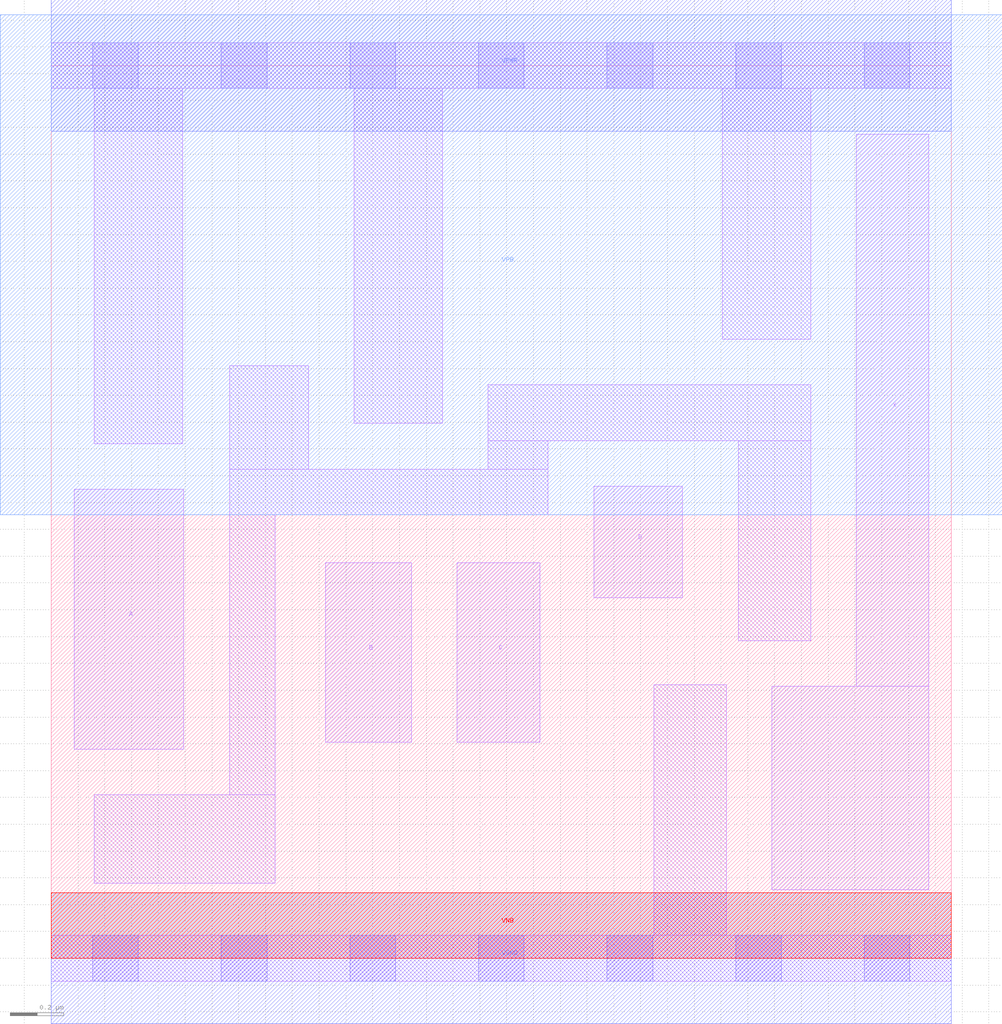
<source format=lef>
# Copyright 2020 The SkyWater PDK Authors
#
# Licensed under the Apache License, Version 2.0 (the "License");
# you may not use this file except in compliance with the License.
# You may obtain a copy of the License at
#
#     https://www.apache.org/licenses/LICENSE-2.0
#
# Unless required by applicable law or agreed to in writing, software
# distributed under the License is distributed on an "AS IS" BASIS,
# WITHOUT WARRANTIES OR CONDITIONS OF ANY KIND, either express or implied.
# See the License for the specific language governing permissions and
# limitations under the License.
#
# SPDX-License-Identifier: Apache-2.0

VERSION 5.7 ;
  NOWIREEXTENSIONATPIN ON ;
  DIVIDERCHAR "/" ;
  BUSBITCHARS "[]" ;
MACRO sky130_fd_sc_lp__and4_1
  CLASS CORE ;
  FOREIGN sky130_fd_sc_lp__and4_1 ;
  ORIGIN  0.000000  0.000000 ;
  SIZE  3.360000 BY  3.330000 ;
  SYMMETRY X Y R90 ;
  SITE unit ;
  PIN A
    ANTENNAGATEAREA  0.126000 ;
    DIRECTION INPUT ;
    USE SIGNAL ;
    PORT
      LAYER li1 ;
        RECT 0.085000 0.780000 0.495000 1.750000 ;
    END
  END A
  PIN B
    ANTENNAGATEAREA  0.126000 ;
    DIRECTION INPUT ;
    USE SIGNAL ;
    PORT
      LAYER li1 ;
        RECT 1.025000 0.805000 1.345000 1.475000 ;
    END
  END B
  PIN C
    ANTENNAGATEAREA  0.126000 ;
    DIRECTION INPUT ;
    USE SIGNAL ;
    PORT
      LAYER li1 ;
        RECT 1.515000 0.805000 1.825000 1.475000 ;
    END
  END C
  PIN D
    ANTENNAGATEAREA  0.126000 ;
    DIRECTION INPUT ;
    USE SIGNAL ;
    PORT
      LAYER li1 ;
        RECT 2.025000 1.345000 2.355000 1.760000 ;
    END
  END D
  PIN X
    ANTENNADIFFAREA  0.556500 ;
    DIRECTION OUTPUT ;
    USE SIGNAL ;
    PORT
      LAYER li1 ;
        RECT 2.690000 0.255000 3.275000 1.015000 ;
        RECT 3.005000 1.015000 3.275000 3.075000 ;
    END
  END X
  PIN VGND
    DIRECTION INOUT ;
    USE GROUND ;
    PORT
      LAYER met1 ;
        RECT 0.000000 -0.245000 3.360000 0.245000 ;
    END
  END VGND
  PIN VNB
    DIRECTION INOUT ;
    USE GROUND ;
    PORT
      LAYER pwell ;
        RECT 0.000000 0.000000 3.360000 0.245000 ;
    END
  END VNB
  PIN VPB
    DIRECTION INOUT ;
    USE POWER ;
    PORT
      LAYER nwell ;
        RECT -0.190000 1.655000 3.550000 3.520000 ;
    END
  END VPB
  PIN VPWR
    DIRECTION INOUT ;
    USE POWER ;
    PORT
      LAYER met1 ;
        RECT 0.000000 3.085000 3.360000 3.575000 ;
    END
  END VPWR
  OBS
    LAYER li1 ;
      RECT 0.000000 -0.085000 3.360000 0.085000 ;
      RECT 0.000000  3.245000 3.360000 3.415000 ;
      RECT 0.160000  0.280000 0.835000 0.610000 ;
      RECT 0.160000  1.920000 0.490000 3.245000 ;
      RECT 0.665000  0.610000 0.835000 1.655000 ;
      RECT 0.665000  1.655000 1.855000 1.825000 ;
      RECT 0.665000  1.825000 0.960000 2.210000 ;
      RECT 1.130000  1.995000 1.460000 3.245000 ;
      RECT 1.630000  1.825000 1.855000 1.930000 ;
      RECT 1.630000  1.930000 2.835000 2.140000 ;
      RECT 2.250000  0.085000 2.520000 1.020000 ;
      RECT 2.505000  2.310000 2.835000 3.245000 ;
      RECT 2.565000  1.185000 2.835000 1.930000 ;
    LAYER mcon ;
      RECT 0.155000 -0.085000 0.325000 0.085000 ;
      RECT 0.155000  3.245000 0.325000 3.415000 ;
      RECT 0.635000 -0.085000 0.805000 0.085000 ;
      RECT 0.635000  3.245000 0.805000 3.415000 ;
      RECT 1.115000 -0.085000 1.285000 0.085000 ;
      RECT 1.115000  3.245000 1.285000 3.415000 ;
      RECT 1.595000 -0.085000 1.765000 0.085000 ;
      RECT 1.595000  3.245000 1.765000 3.415000 ;
      RECT 2.075000 -0.085000 2.245000 0.085000 ;
      RECT 2.075000  3.245000 2.245000 3.415000 ;
      RECT 2.555000 -0.085000 2.725000 0.085000 ;
      RECT 2.555000  3.245000 2.725000 3.415000 ;
      RECT 3.035000 -0.085000 3.205000 0.085000 ;
      RECT 3.035000  3.245000 3.205000 3.415000 ;
  END
END sky130_fd_sc_lp__and4_1
END LIBRARY

</source>
